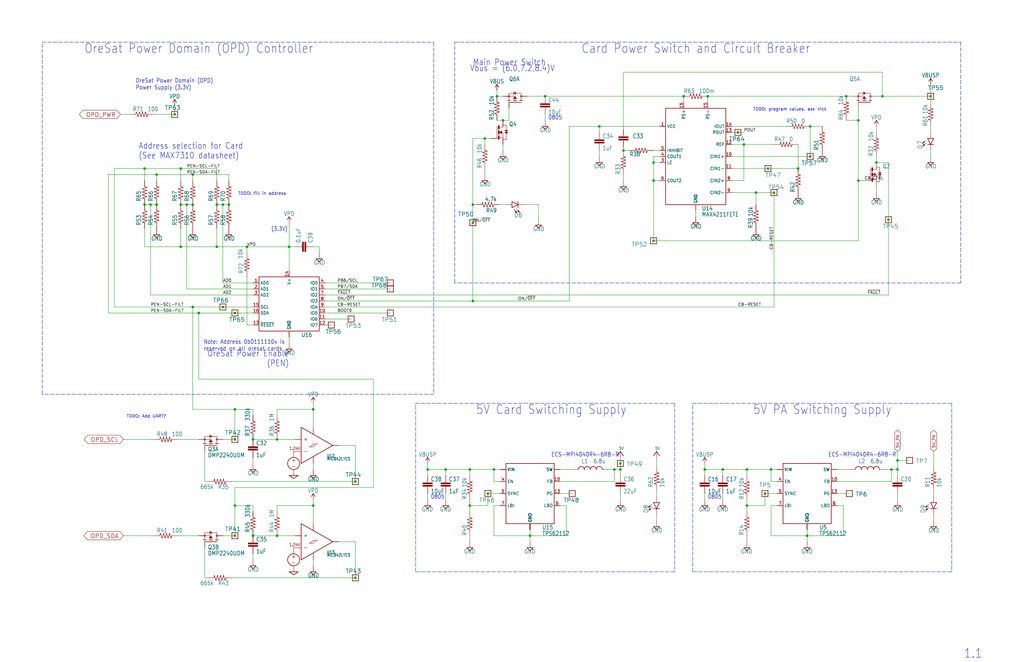
<source format=kicad_sch>
(kicad_sch (version 20211123) (generator eeschema)
  (paper "B")
  (title_block (title "Oresat DxWifi Card") (date "2022-01-30") (rev "1.1"))
  (junction (at 326.39 81.28))
  (junction (at 81.28 73.66))
  (junction (at 318.77 81.28))
  (junction (at 116.84 226.06))
  (junction (at 63.5 86.36))
  (junction (at 361.95 50.8))
  (junction (at 314.96 213.36))
  (junction (at 99.06 172.72))
  (junction (at 180.34 198.12))
  (junction (at 374.65 92.71))
  (junction (at 361.95 76.2))
  (junction (at 336.55 71.12))
  (junction (at 81.28 129.54))
  (junction (at 322.58 208.28))
  (junction (at 229.87 40.64))
  (junction (at 209.55 40.64))
  (junction (at 149.86 203.2))
  (junction (at 199.39 93.98))
  (junction (at 198.12 198.12))
  (junction (at 60.96 71.12))
  (junction (at 208.28 198.12))
  (junction (at 252.73 53.34))
  (junction (at 297.18 198.12))
  (junction (at 262.89 63.5))
  (junction (at 99.06 132.08))
  (junction (at 73.66 48.26))
  (junction (at 311.15 55.88))
  (junction (at 91.44 104.14))
  (junction (at 325.12 198.12))
  (junction (at 204.47 58.42))
  (junction (at 106.68 226.06))
  (junction (at 66.04 86.36))
  (junction (at 378.46 198.12))
  (junction (at 356.87 40.64))
  (junction (at 121.92 104.14))
  (junction (at 99.06 185.42))
  (junction (at 198.12 213.36))
  (junction (at 99.06 226.06))
  (junction (at 275.59 76.2))
  (junction (at 76.2 86.36))
  (junction (at 104.14 104.14))
  (junction (at 378.46 194.31))
  (junction (at 199.39 86.36))
  (junction (at 304.8 198.12))
  (junction (at 261.62 198.12))
  (junction (at 375.92 198.12))
  (junction (at 259.08 198.12))
  (junction (at 93.98 129.54))
  (junction (at 340.36 226.06))
  (junction (at 76.2 71.12))
  (junction (at 392.43 40.64))
  (junction (at 223.52 226.06))
  (junction (at 369.57 68.58))
  (junction (at 298.45 40.64))
  (junction (at 187.96 198.12))
  (junction (at 341.63 66.04))
  (junction (at 96.52 86.36))
  (junction (at 261.62 195.58))
  (junction (at 93.98 86.36))
  (junction (at 212.09 50.8))
  (junction (at 288.29 40.64))
  (junction (at 83.82 132.08))
  (junction (at 132.08 172.72))
  (junction (at 275.59 68.58))
  (junction (at 78.74 86.36))
  (junction (at 60.96 86.36))
  (junction (at 81.28 86.36))
  (junction (at 323.85 71.12))
  (junction (at 149.86 243.84))
  (junction (at 205.74 208.28))
  (junction (at 132.08 213.36))
  (junction (at 116.84 185.42))
  (junction (at 372.11 40.64))
  (junction (at 314.96 198.12))
  (junction (at 341.63 53.34))
  (junction (at 76.2 104.14))
  (junction (at 66.04 73.66))
  (junction (at 313.69 60.96))
  (junction (at 275.59 101.6))
  (junction (at 106.68 185.42))
  (junction (at 199.39 127))
  (junction (at 99.06 213.36))
  (junction (at 91.44 86.36))
  (wire (pts (xy 308.61 76.2) (xy 313.69 76.2)))
  (wire (pts (xy 275.59 101.6) (xy 275.59 76.2)))
  (wire (pts (xy 372.11 30.48) (xy 372.11 40.64)))
  (wire (pts (xy 393.7 217.17) (xy 393.7 219.71)))
  (wire (pts (xy 180.34 208.28) (xy 180.34 210.82)))
  (wire (pts (xy 325.12 203.2) (xy 325.12 198.12)))
  (wire (pts (xy 314.96 198.12) (xy 304.8 198.12)))
  (wire (pts (xy 91.44 76.2) (xy 91.44 71.12)))
  (wire (pts (xy 96.52 73.66) (xy 96.52 76.2)))
  (wire (pts (xy 116.84 185.42) (xy 106.68 185.42)))
  (wire (pts (xy 372.11 40.64) (xy 392.43 40.64)))
  (wire (pts (xy 60.96 104.14) (xy 60.96 96.52)))
  (wire (pts (xy 86.36 243.84) (xy 86.36 231.14)))
  (wire (pts (xy 223.52 226.06) (xy 223.52 223.52)))
  (wire (pts (xy 325.12 198.12) (xy 314.96 198.12)))
  (wire (pts (xy 63.5 86.36) (xy 60.96 86.36)))
  (wire (pts (xy 314.96 228.6) (xy 314.96 226.06)))
  (wire (pts (xy 132.08 220.98) (xy 132.08 213.36)))
  (wire (pts (xy 48.26 71.12) (xy 60.96 71.12)))
  (wire (pts (xy 311.15 55.88) (xy 313.69 55.88)))
  (wire (pts (xy 208.28 203.2) (xy 210.82 203.2)))
  (wire (pts (xy 60.96 71.12) (xy 76.2 71.12)))
  (wire (pts (xy 336.55 71.12) (xy 336.55 60.96)))
  (wire (pts (xy 99.06 172.72) (xy 99.06 185.42)))
  (wire (pts (xy 275.59 66.04) (xy 275.59 68.58)))
  (wire (pts (xy 361.95 50.8) (xy 361.95 45.72)))
  (wire (pts (xy 99.06 213.36) (xy 99.06 205.74)))
  (wire (pts (xy 106.68 236.22) (xy 106.68 233.68)))
  (wire (pts (xy 164.592 119.38) (xy 137.16 119.38)))
  (wire (pts (xy 364.49 76.2) (xy 361.95 76.2)))
  (wire (pts (xy 298.45 43.18) (xy 298.45 40.64)))
  (wire (pts (xy 132.08 213.36) (xy 132.08 210.82)))
  (wire (pts (xy 238.76 213.36) (xy 238.76 226.06)))
  (wire (pts (xy 132.08 172.72) (xy 132.08 170.18)))
  (polyline (pts (xy 191.77 119.38) (xy 191.77 17.78)))
  (wire (pts (xy 275.59 68.58) (xy 278.13 68.58)))
  (wire (pts (xy 298.45 40.64) (xy 356.87 40.64)))
  (wire (pts (xy 198.12 213.36) (xy 198.12 210.82)))
  (polyline (pts (xy 175.26 241.3) (xy 175.26 170.18)))
  (wire (pts (xy 78.74 86.36) (xy 76.2 86.36)))
  (wire (pts (xy 204.47 58.42) (xy 199.39 58.42)))
  (wire (pts (xy 132.08 104.14) (xy 134.62 104.14)))
  (wire (pts (xy 210.82 198.12) (xy 208.28 198.12)))
  (wire (pts (xy 361.95 101.6) (xy 275.59 101.6)))
  (wire (pts (xy 60.96 76.2) (xy 60.96 71.12)))
  (wire (pts (xy 262.89 63.5) (xy 265.43 63.5)))
  (wire (pts (xy 93.98 129.54) (xy 106.68 129.54)))
  (wire (pts (xy 187.96 210.82) (xy 187.96 208.28)))
  (wire (pts (xy 93.98 86.36) (xy 91.44 86.36)))
  (wire (pts (xy 378.46 210.82) (xy 378.46 208.28)))
  (wire (pts (xy 236.22 203.2) (xy 259.08 203.2)))
  (wire (pts (xy 96.52 86.36) (xy 93.98 86.36)))
  (wire (pts (xy 198.12 200.66) (xy 198.12 198.12)))
  (wire (pts (xy 116.84 175.26) (xy 116.84 172.72)))
  (wire (pts (xy 116.84 215.9) (xy 116.84 213.36)))
  (wire (pts (xy 369.57 40.64) (xy 372.11 40.64)))
  (wire (pts (xy 81.28 129.54) (xy 93.98 129.54)))
  (wire (pts (xy 326.39 81.28) (xy 318.77 81.28)))
  (wire (pts (xy 314.96 200.66) (xy 314.96 198.12)))
  (wire (pts (xy 106.68 137.16) (xy 104.14 137.16)))
  (wire (pts (xy 374.65 92.71) (xy 374.65 124.46)))
  (wire (pts (xy 124.46 226.06) (xy 116.84 226.06)))
  (wire (pts (xy 139.7 137.16) (xy 137.16 137.16)))
  (wire (pts (xy 276.86 196.85) (xy 276.86 193.04)))
  (wire (pts (xy 229.87 40.64) (xy 288.29 40.64)))
  (wire (pts (xy 314.96 213.36) (xy 322.58 213.36)))
  (wire (pts (xy 106.68 215.9) (xy 106.68 213.36)))
  (wire (pts (xy 66.04 86.36) (xy 63.5 86.36)))
  (wire (pts (xy 378.46 194.31) (xy 378.46 190.5)))
  (wire (pts (xy 383.54 194.31) (xy 378.46 194.31)))
  (wire (pts (xy 325.12 226.06) (xy 340.36 226.06)))
  (wire (pts (xy 205.74 208.28) (xy 210.82 208.28)))
  (wire (pts (xy 64.77 185.42) (xy 52.07 185.42)))
  (wire (pts (xy 262.89 54.61) (xy 262.89 30.48)))
  (wire (pts (xy 278.13 63.5) (xy 275.59 63.5)))
  (wire (pts (xy 209.55 40.64) (xy 212.09 40.64)))
  (wire (pts (xy 340.36 226.06) (xy 340.36 223.52)))
  (wire (pts (xy 54.61 48.26) (xy 50.8 48.26)))
  (polyline (pts (xy 284.48 241.3) (xy 175.26 241.3)))
  (wire (pts (xy 99.06 185.42) (xy 93.98 185.42)))
  (wire (pts (xy 261.62 200.66) (xy 261.62 198.12)))
  (wire (pts (xy 275.59 76.2) (xy 278.13 76.2)))
  (wire (pts (xy 180.34 198.12) (xy 180.34 195.58)))
  (wire (pts (xy 99.06 226.06) (xy 93.98 226.06)))
  (wire (pts (xy 313.69 76.2) (xy 313.69 60.96)))
  (wire (pts (xy 157.48 160.02) (xy 83.82 160.02)))
  (wire (pts (xy 205.74 213.36) (xy 198.12 213.36)))
  (polyline (pts (xy 175.26 170.18) (xy 284.48 170.18)))
  (wire (pts (xy 375.92 198.12) (xy 378.46 198.12)))
  (wire (pts (xy 180.34 198.12) (xy 187.96 198.12)))
  (wire (pts (xy 106.68 195.58) (xy 106.68 193.04)))
  (wire (pts (xy 99.06 172.72) (xy 81.28 172.72)))
  (wire (pts (xy 392.43 40.64) (xy 392.43 43.18)))
  (wire (pts (xy 353.06 213.36) (xy 355.6 213.36)))
  (wire (pts (xy 199.39 93.98) (xy 199.39 127)))
  (wire (pts (xy 392.43 35.56) (xy 392.43 40.64)))
  (wire (pts (xy 121.92 114.3) (xy 121.92 104.14)))
  (wire (pts (xy 314.96 213.36) (xy 314.96 210.82)))
  (wire (pts (xy 149.86 243.84) (xy 97.79 243.84)))
  (wire (pts (xy 76.2 71.12) (xy 91.44 71.12)))
  (wire (pts (xy 227.076 86.36) (xy 227.076 92.456)))
  (wire (pts (xy 262.89 62.23) (xy 262.89 63.5)))
  (wire (pts (xy 83.82 132.08) (xy 45.72 132.08)))
  (wire (pts (xy 137.16 132.08) (xy 164.592 132.08)))
  (wire (pts (xy 76.2 76.2) (xy 76.2 71.12)))
  (wire (pts (xy 375.92 198.12) (xy 373.38 198.12)))
  (wire (pts (xy 149.86 203.2) (xy 97.79 203.2)))
  (wire (pts (xy 81.28 86.36) (xy 78.74 86.36)))
  (wire (pts (xy 369.57 53.34) (xy 369.57 55.88)))
  (wire (pts (xy 392.43 53.34) (xy 392.43 55.88)))
  (wire (pts (xy 132.08 238.76) (xy 132.08 236.22)))
  (wire (pts (xy 323.85 71.12) (xy 336.55 71.12)))
  (wire (pts (xy 132.08 213.36) (xy 116.84 213.36)))
  (wire (pts (xy 356.87 50.8) (xy 361.95 50.8)))
  (wire (pts (xy 199.39 58.42) (xy 199.39 86.36)))
  (wire (pts (xy 63.5 124.46) (xy 63.5 86.36)))
  (wire (pts (xy 297.18 198.12) (xy 297.18 195.58)))
  (wire (pts (xy 205.74 208.28) (xy 205.74 213.36)))
  (wire (pts (xy 93.98 119.38) (xy 93.98 86.36)))
  (wire (pts (xy 393.7 196.85) (xy 393.7 190.5)))
  (polyline (pts (xy 182.88 17.78) (xy 182.88 166.37)))
  (wire (pts (xy 81.28 76.2) (xy 81.28 73.66)))
  (wire (pts (xy 76.2 104.14) (xy 91.44 104.14)))
  (wire (pts (xy 304.8 200.66) (xy 304.8 198.12)))
  (wire (pts (xy 262.89 30.48) (xy 372.11 30.48)))
  (wire (pts (xy 392.43 63.5) (xy 392.43 66.04)))
  (wire (pts (xy 132.08 180.34) (xy 132.08 172.72)))
  (wire (pts (xy 60.96 104.14) (xy 76.2 104.14)))
  (wire (pts (xy 220.98 86.36) (xy 227.076 86.36)))
  (wire (pts (xy 252.73 55.88) (xy 252.73 53.34)))
  (wire (pts (xy 204.47 58.42) (xy 207.01 58.42)))
  (wire (pts (xy 106.68 132.08) (xy 99.06 132.08)))
  (wire (pts (xy 208.28 226.06) (xy 223.52 226.06)))
  (wire (pts (xy 288.29 40.64) (xy 288.29 43.18)))
  (wire (pts (xy 104.14 106.68) (xy 104.14 104.14)))
  (wire (pts (xy 238.76 226.06) (xy 223.52 226.06)))
  (wire (pts (xy 322.58 208.28) (xy 322.58 213.36)))
  (wire (pts (xy 212.09 60.96) (xy 212.09 63.5)))
  (wire (pts (xy 132.08 172.72) (xy 116.84 172.72)))
  (wire (pts (xy 83.82 226.06) (xy 74.93 226.06)))
  (wire (pts (xy 106.68 213.36) (xy 99.06 213.36)))
  (wire (pts (xy 204.47 71.12) (xy 204.47 73.66)))
  (wire (pts (xy 149.86 187.96) (xy 149.86 203.2)))
  (wire (pts (xy 369.57 66.04) (xy 369.57 68.58)))
  (wire (pts (xy 208.28 203.2) (xy 208.28 198.12)))
  (wire (pts (xy 81.28 172.72) (xy 81.28 129.54)))
  (wire (pts (xy 276.86 217.17) (xy 276.86 219.71)))
  (wire (pts (xy 341.63 53.34) (xy 346.71 53.34)))
  (wire (pts (xy 81.28 73.66) (xy 96.52 73.66)))
  (wire (pts (xy 200.66 86.36) (xy 199.39 86.36)))
  (wire (pts (xy 48.26 129.54) (xy 48.26 71.12)))
  (wire (pts (xy 91.44 104.14) (xy 104.14 104.14)))
  (wire (pts (xy 325.12 203.2) (xy 327.66 203.2)))
  (wire (pts (xy 240.03 127) (xy 240.03 53.34)))
  (wire (pts (xy 204.47 60.96) (xy 204.47 58.42)))
  (wire (pts (xy 261.62 193.04) (xy 261.62 195.58)))
  (wire (pts (xy 304.8 210.82) (xy 304.8 208.28)))
  (wire (pts (xy 353.06 198.12) (xy 358.14 198.12)))
  (polyline (pts (xy 401.32 170.18) (xy 401.32 241.3)))
  (polyline (pts (xy 17.78 166.37) (xy 17.78 17.78)))
  (wire (pts (xy 198.12 215.9) (xy 198.12 213.36)))
  (wire (pts (xy 48.26 129.54) (xy 81.28 129.54)))
  (wire (pts (xy 198.12 228.6) (xy 198.12 226.06)))
  (wire (pts (xy 137.16 127) (xy 199.39 127)))
  (wire (pts (xy 208.28 213.36) (xy 208.28 226.06)))
  (wire (pts (xy 308.61 60.96) (xy 313.69 60.96)))
  (wire (pts (xy 199.39 86.36) (xy 199.39 93.98)))
  (wire (pts (xy 76.2 104.14) (xy 76.2 96.52)))
  (wire (pts (xy 106.68 124.46) (xy 63.5 124.46)))
  (wire (pts (xy 137.16 121.92) (xy 164.592 121.92)))
  (polyline (pts (xy 17.78 17.78) (xy 182.88 17.78)))
  (wire (pts (xy 261.62 210.82) (xy 261.62 208.28)))
  (wire (pts (xy 325.12 213.36) (xy 327.66 213.36)))
  (wire (pts (xy 66.04 76.2) (xy 66.04 73.66)))
  (wire (pts (xy 99.06 213.36) (xy 99.06 226.06)))
  (wire (pts (xy 369.57 78.74) (xy 369.57 81.28)))
  (wire (pts (xy 83.82 160.02) (xy 83.82 132.08)))
  (wire (pts (xy 106.68 175.26) (xy 106.68 172.72)))
  (wire (pts (xy 180.34 200.66) (xy 180.34 198.12)))
  (polyline (pts (xy 405.13 119.38) (xy 191.77 119.38)))
  (wire (pts (xy 369.57 68.58) (xy 374.65 68.58)))
  (wire (pts (xy 91.44 104.14) (xy 91.44 96.52)))
  (wire (pts (xy 106.68 121.92) (xy 78.74 121.92)))
  (wire (pts (xy 318.77 86.36) (xy 318.77 81.28)))
  (wire (pts (xy 259.08 203.2) (xy 259.08 198.12)))
  (wire (pts (xy 236.22 208.28) (xy 241.3 208.28)))
  (wire (pts (xy 116.84 226.06) (xy 106.68 226.06)))
  (wire (pts (xy 142.875 187.96) (xy 149.86 187.96)))
  (wire (pts (xy 353.06 203.2) (xy 375.92 203.2)))
  (wire (pts (xy 275.59 68.58) (xy 275.59 76.2)))
  (wire (pts (xy 87.63 203.2) (xy 86.36 203.2)))
  (wire (pts (xy 199.39 127) (xy 240.03 127)))
  (wire (pts (xy 64.77 226.06) (xy 52.07 226.06)))
  (wire (pts (xy 106.68 172.72) (xy 99.06 172.72)))
  (wire (pts (xy 137.16 134.62) (xy 148.082 134.62)))
  (wire (pts (xy 142.875 228.6) (xy 149.86 228.6)))
  (wire (pts (xy 259.08 198.12) (xy 256.54 198.12)))
  (wire (pts (xy 340.36 228.6) (xy 340.36 226.06)))
  (wire (pts (xy 326.39 129.54) (xy 326.39 81.28)))
  (wire (pts (xy 318.77 81.28) (xy 308.61 81.28)))
  (polyline (pts (xy 191.77 17.78) (xy 405.13 17.78)))
  (wire (pts (xy 297.18 198.12) (xy 304.8 198.12)))
  (wire (pts (xy 378.46 198.12) (xy 378.46 194.31)))
  (wire (pts (xy 297.18 200.66) (xy 297.18 198.12)))
  (wire (pts (xy 341.63 66.04) (xy 341.63 53.34)))
  (polyline (pts (xy 405.13 17.78) (xy 405.13 119.38)))
  (wire (pts (xy 240.03 53.34) (xy 252.73 53.34)))
  (wire (pts (xy 314.96 215.9) (xy 314.96 213.36)))
  (wire (pts (xy 208.28 198.12) (xy 198.12 198.12)))
  (wire (pts (xy 361.95 76.2) (xy 361.95 101.6)))
  (polyline (pts (xy 292.1 170.18) (xy 401.32 170.18)))
  (wire (pts (xy 325.12 213.36) (xy 325.12 226.06)))
  (wire (pts (xy 198.12 198.12) (xy 187.96 198.12)))
  (wire (pts (xy 106.68 119.38) (xy 93.98 119.38)))
  (wire (pts (xy 252.73 53.34) (xy 278.13 53.34)))
  (wire (pts (xy 261.62 198.12) (xy 261.62 195.58)))
  (wire (pts (xy 374.65 124.46) (xy 137.16 124.46)))
  (wire (pts (xy 353.06 208.28) (xy 358.14 208.28)))
  (wire (pts (xy 252.73 66.04) (xy 252.73 63.5)))
  (wire (pts (xy 210.82 86.36) (xy 213.36 86.36)))
  (wire (pts (xy 308.61 53.34) (xy 331.47 53.34)))
  (wire (pts (xy 356.87 40.64) (xy 359.41 40.64)))
  (wire (pts (xy 297.18 208.28) (xy 297.18 210.82)))
  (wire (pts (xy 293.37 91.44) (xy 293.37 88.9)))
  (wire (pts (xy 308.61 55.88) (xy 311.15 55.88)))
  (wire (pts (xy 104.14 116.84) (xy 104.14 137.16)))
  (wire (pts (xy 361.95 50.8) (xy 361.95 76.2)))
  (wire (pts (xy 134.62 104.14) (xy 134.62 106.68)))
  (wire (pts (xy 259.08 198.12) (xy 261.62 198.12)))
  (wire (pts (xy 355.6 226.06) (xy 340.36 226.06)))
  (wire (pts (xy 64.77 48.26) (xy 73.66 48.26)))
  (wire (pts (xy 86.36 203.2) (xy 86.36 190.5)))
  (polyline (pts (xy 284.48 170.18) (xy 284.48 241.3)))
  (wire (pts (xy 308.61 66.04) (xy 341.63 66.04)))
  (wire (pts (xy 132.08 198.12) (xy 132.08 195.58)))
  (wire (pts (xy 121.92 144.78) (xy 121.92 142.24)))
  (wire (pts (xy 157.48 205.74) (xy 157.48 160.02)))
  (wire (pts (xy 45.72 132.08) (xy 45.72 73.66)))
  (wire (pts (xy 137.16 129.54) (xy 326.39 129.54)))
  (wire (pts (xy 99.06 132.08) (xy 83.82 132.08)))
  (wire (pts (xy 87.63 243.84) (xy 86.36 243.84)))
  (wire (pts (xy 313.69 60.96) (xy 326.39 60.96)))
  (wire (pts (xy 222.25 40.64) (xy 229.87 40.64)))
  (wire (pts (xy 322.58 208.28) (xy 327.66 208.28)))
  (wire (pts (xy 121.92 104.14) (xy 124.46 104.14)))
  (wire (pts (xy 209.55 38.1) (xy 209.55 40.64)))
  (wire (pts (xy 355.6 213.36) (xy 355.6 226.06)))
  (wire (pts (xy 99.06 205.74) (xy 157.48 205.74)))
  (polyline (pts (xy 292.1 241.3) (xy 292.1 170.18)))
  (wire (pts (xy 375.92 203.2) (xy 375.92 198.12)))
  (wire (pts (xy 73.66 48.26) (xy 73.66 44.45)))
  (wire (pts (xy 236.22 213.36) (xy 238.76 213.36)))
  (wire (pts (xy 66.04 73.66) (xy 81.28 73.66)))
  (wire (pts (xy 209.55 50.8) (xy 212.09 50.8)))
  (polyline (pts (xy 182.88 166.37) (xy 17.78 166.37)))
  (wire (pts (xy 187.96 200.66) (xy 187.96 198.12)))
  (wire (pts (xy 208.28 213.36) (xy 210.82 213.36)))
  (wire (pts (xy 212.09 50.8) (xy 214.63 50.8)))
  (polyline (pts (xy 401.32 241.3) (xy 292.1 241.3)))
  (wire (pts (xy 229.87 50.8) (xy 229.87 48.26)))
  (wire (pts (xy 45.72 73.66) (xy 66.04 73.66)))
  (wire (pts (xy 276.86 207.01) (xy 276.86 209.55)))
  (wire (pts (xy 278.13 66.04) (xy 275.59 66.04)))
  (wire (pts (xy 393.7 207.01) (xy 393.7 209.55)))
  (wire (pts (xy 327.66 198.12) (xy 325.12 198.12)))
  (wire (pts (xy 323.85 71.12) (xy 308.61 71.12)))
  (wire (pts (xy 104.14 104.14) (xy 121.92 104.14)))
  (wire (pts (xy 149.86 228.6) (xy 149.86 243.84)))
  (wire (pts (xy 78.74 121.92) (xy 78.74 86.36)))
  (wire (pts (xy 236.22 198.12) (xy 241.3 198.12)))
  (wire (pts (xy 83.82 185.42) (xy 74.93 185.42)))
  (wire (pts (xy 214.63 50.8) (xy 214.63 45.72)))
  (wire (pts (xy 121.92 104.14) (xy 121.92 93.98)))
  (wire (pts (xy 378.46 200.66) (xy 378.46 198.12)))
  (wire (pts (xy 124.46 185.42) (xy 116.84 185.42)))
  (wire (pts (xy 262.89 76.2) (xy 262.89 73.66)))
  (wire (pts (xy 374.65 68.58) (xy 374.65 92.71)))
  (wire (pts (xy 223.52 228.6) (xy 223.52 226.06)))
  (text "0805" (at 181.61 210.82 180) (effects (font (size 1.778 1.5113)) (justify left bottom)))
  (text "TODO: Add UART?\n" (at 53.34 176.53 0) (effects (font (size 1.27 1.27)) (justify left bottom)))
  (text "TODO: fill in address\n" (at 100.33 82.55 0) (effects (font (size 1.27 1.27)) (justify left bottom)))
  (text "5V PA Switching Supply" (at 317.5 175.26 180) (effects (font (size 3.81 3.2385)) (justify left bottom)))
  (text "ECS-MPI4040R4-6R8-R" (at 349.25 193.04 180) (effects (font (size 1.778 1.5113)) (justify left bottom)))
  (text "0805" (at 231.14 50.8 180) (effects (font (size 1.778 1.5113)) (justify left bottom)))
  (text "TODO: program values, ask nick " (at 317.5 46.99 0) (effects (font (size 1.27 1.27)) (justify left bottom)))
  (text "1.1" (at 406.4 278.13 180) (effects (font (size 3.81 3.2385)) (justify left bottom)))
  (text "OreSat Power Enable\n(PEN)" (at 121.92 154.94 180) (effects (font (size 2.54 2.159)) (justify right bottom)))
  (text "Card Power Switch and Circuit Breaker" (at 245.11 22.86 180) (effects (font (size 3.81 3.2385)) (justify left bottom)))
  (text "(3.3V)" (at 114.3 97.79 180) (effects (font (size 1.778 1.5113)) (justify left bottom)))
  (text "0805" (at 298.45 210.82 180) (effects (font (size 1.778 1.5113)) (justify left bottom)))
  (text "Address selection for Card\n(See MAX7310 datasheet)" (at 58.42 67.31 0) (effects (font (size 2.54 2.159)) (justify left bottom)))
  (text "OreSat Power Domain (OPD)\nPower Supply (3.3V)" (at 57.15 38.1 180) (effects (font (size 1.778 1.5113)) (justify left bottom)))
  (text "Vbus = (6.0,7.2,8.4)V" (at 198.12 30.48 180) (effects (font (size 2.54 2.159)) (justify left bottom)))
  (text "OreSat Power Domain (OPD) Controller" (at 35.56 22.86 180) (effects (font (size 3.81 3.2385)) (justify left bottom)))
  (text "5V Card Switching Supply" (at 200.66 175.26 180) (effects (font (size 3.81 3.2385)) (justify left bottom)))
  (text "Main Power Switch" (at 199.39 27.94 180) (effects (font (size 2.54 2.159)) (justify left bottom)))
  (text "Note: Address 0b0111110x is\nreserved on all oresat cards" (at 85.852 148.336 0) (effects (font (size 1.778 1.5113)) (justify left bottom)))
  (text "ECS-MPI4040R4-6R8-R" (at 232.41 193.04 180) (effects (font (size 1.778 1.5113)) (justify left bottom)))
  (label "ON/~{OFF}" (at 142.24 127 0) (effects (font (size 1.2446 1.2446))))
  (label "ON/~{OFF}" (at 218.44 127 0) (effects (font (size 1.2446 1.2446))))
  (label "BOOT0" (at 142.24 132.08 0) (effects (font (size 1.2446 1.2446))))
  (label "CB_CTRL" (at 364.49 76.2 0) (effects (font (size 1.2446 1.2446))))
  (label "ON/~{OFF}" (at 199.39 93.98 0) (effects (font (size 1.2446 1.2446))))
  (label "VPD" (at 104.14 104.14 0) (effects (font (size 1.2446 1.2446))))
  (label "AD2" (at 93.98 124.46 0) (effects (font (size 1.2446 1.2446))))
  (label "~{FAULT}" (at 365.76 124.46 0) (effects (font (size 1.2446 1.2446))))
  (label "POUT" (at 313.69 55.88 0) (effects (font (size 1.2446 1.2446))))
  (label "AD1" (at 93.98 121.92 0) (effects (font (size 1.2446 1.2446))))
  (label "AD0" (at 93.98 119.38 0) (effects (font (size 1.2446 1.2446))))
  (label "~{FAULT}" (at 142.24 124.46 0) (effects (font (size 1.2446 1.2446))))
  (label "PEN-SCL-FILT" (at 63.5 129.54 0) (effects (font (size 1.2446 1.2446))))
  (label "CB-RESET" (at 326.39 105.41 90) (effects (font (size 1.2446 1.2446))))
  (label "CB-RESET" (at 311.15 129.54 0) (effects (font (size 1.2446 1.2446))))
  (label "PB6/SCL" (at 142.24 119.38 0) (effects (font (size 1.2446 1.2446))))
  (label "PEN-SCL-FILT" (at 78.74 71.12 0) (effects (font (size 1.2446 1.2446))))
  (label "PEN-SDA-FILT" (at 63.5 132.08 0) (effects (font (size 1.2446 1.2446))))
  (label "PEN-SDA-FILT" (at 78.74 73.66 0) (effects (font (size 1.2446 1.2446))))
  (label "CB-RESET" (at 142.24 129.54 0) (effects (font (size 1.2446 1.2446))))
  (label "PB7/SDA" (at 142.24 121.92 0) (effects (font (size 1.2446 1.2446))))
  (global_label "OPD_SCL" (shape bidirectional) (at 52.07 185.42 180) (effects (font (size 1.778 1.778))) (property "Intersheet References" "${INTERSHEET_REFS}" (at 96.52 -210.82 0)))
  (global_label "OPD_SDA" (shape bidirectional) (at 52.07 226.06 180) (effects (font (size 1.778 1.778))) (property "Intersheet References" "${INTERSHEET_REFS}" (at 96.52 -129.54 0)))
  (global_label "5V_PA" (shape bidirectional) (at 393.7 190.5 90) (effects (font (size 1.2446 1.2446))) (property "Intersheet References" "${INTERSHEET_REFS}" (at 469.9 297.18 0)))
  (global_label "OPD_PWR" (shape bidirectional) (at 50.8 48.26 180) (effects (font (size 1.778 1.778))) (property "Intersheet References" "${INTERSHEET_REFS}" (at 93.98 -485.14 0)))
  (global_label "5V_PA" (shape bidirectional) (at 378.46 190.5 90) (effects (font (size 1.2446 1.2446))) (property "Intersheet References" "${INTERSHEET_REFS}" (at 454.66 281.94 0)))
  (symbol (lib_id "oresat-live-card-eagle-import:TEST-POINT") (at 374.65 92.71 0) (unit 1)
    (property "Reference" "TP45" (at 372.11 96.52 0) (effects (font (size 1.778 1.778)) (justify left bottom)))
    (property "Value" "TEST-POINT" (effects hide))
    (property "Footprint" "oresat-live-card:2MM-TEST-POINT" (effects hide))
  )
  (symbol (lib_id "oresat-live-card-eagle-import:R-US_0603-A") (at 116.84 180.34 90) (unit 1)
    (property "Reference" "R36" (at 115.57 184.15 0) (effects (font (size 1.778 1.5113)) (justify left bottom)))
    (property "Value" "1M" (at 115.57 177.8 0) (effects (font (size 1.778 1.5113)) (justify left bottom)))
    (property "Footprint" "oresat-live-card:.0603-A" (effects hide))
  )
  (symbol (lib_id "oresat-live-card-eagle-import:TEST-POINT") (at 275.59 101.6 0) (mirror y) (unit 1)
    (property "Reference" "TP52" (at 273.05 104.14 0) (effects (font (size 1.778 1.778)) (justify left bottom)))
    (property "Value" "TEST-POINT" (effects hide))
    (property "Footprint" "oresat-live-card:2MM-TEST-POINT" (effects hide))
  )
  (symbol (lib_id "oresat-live-card-eagle-import:GND") (at 261.62 213.36 0) (mirror y) (unit 1)
    (property "Reference" "#GND022" (effects hide))
    (property "Value" "GND" (at 264.16 215.9 0) (effects (font (size 1.778 1.5113)) (justify left bottom)))
    (property "Footprint" "oresat-live-card:" (effects hide))
  )
  (symbol (lib_id "oresat-live-card-eagle-import:R-US_0603-A") (at 209.55 45.72 90) (unit 1)
    (property "Reference" "R52" (at 208.28 50.8 0) (effects (font (size 1.778 1.5113)) (justify left bottom)))
    (property "Value" "10k" (at 208.28 44.45 0) (effects (font (size 1.778 1.5113)) (justify left bottom)))
    (property "Footprint" "oresat-live-card:.0603-A" (effects hide))
  )
  (symbol (lib_id "oresat-live-card-eagle-import:R-US_0603-A") (at 92.71 243.84 180) (unit 1)
    (property "Reference" "R43" (at 96.52 245.11 0) (effects (font (size 1.778 1.5113)) (justify left bottom)))
    (property "Value" "665k" (at 90.17 245.11 0) (effects (font (size 1.778 1.5113)) (justify left bottom)))
    (property "Footprint" "oresat-live-card:.0603-A" (effects hide))
  )
  (symbol (lib_id "oresat-live-card-eagle-import:VPD") (at 73.66 44.45 0) (unit 1)
    (property "Reference" "#VPD01" (effects hide))
    (property "Value" "VPD" (at 73.66 41.656 0) (effects (font (size 1.778 1.5113)) (justify bottom)))
    (property "Footprint" "oresat-live-card:" (effects hide))
  )
  (symbol (lib_id "oresat-live-card-eagle-import:R-US_0603-A") (at 69.85 185.42 0) (unit 1)
    (property "Reference" "R48" (at 66.04 184.15 0) (effects (font (size 1.778 1.5113)) (justify left bottom)))
    (property "Value" "100" (at 72.39 184.15 0) (effects (font (size 1.778 1.5113)) (justify left bottom)))
    (property "Footprint" "oresat-live-card:.0603-A" (effects hide))
  )
  (symbol (lib_id "oresat-live-card-eagle-import:R-US_0603-A") (at 198.12 205.74 90) (unit 1)
    (property "Reference" "R34" (at 196.85 210.82 0) (effects (font (size 1.778 1.5113)) (justify left bottom)))
    (property "Value" "10k" (at 196.85 205.74 0) (effects (font (size 1.778 1.5113)) (justify left bottom)))
    (property "Footprint" "oresat-live-card:.0603-A" (effects hide))
  )
  (symbol (lib_id "oresat-live-card-eagle-import:GND") (at 297.18 213.36 0) (unit 1)
    (property "Reference" "#GND039" (effects hide))
    (property "Value" "GND" (at 294.64 215.9 0) (effects (font (size 1.778 1.5113)) (justify left bottom)))
    (property "Footprint" "oresat-live-card:" (effects hide))
  )
  (symbol (lib_id "oresat-live-card-eagle-import:C-EU0603-A") (at 262.89 59.69 0) (mirror x) (unit 1)
    (property "Reference" "C33" (at 266.7 58.42 0) (effects (font (size 1.778 1.5113)) (justify left top)))
    (property "Value" "1uF" (at 265.43 60.96 0) (effects (font (size 1.778 1.5113)) (justify left top)))
    (property "Footprint" "oresat-live-card:.0603-A" (effects hide))
    (property "Value" "CL05B104KO5NNNC" (effects hide))
  )
  (symbol (lib_id "oresat-live-card-eagle-import:L-ECS-MPI4040") (at 365.76 198.12 90) (unit 1)
    (property "Reference" "L2" (at 361.95 195.58 90) (effects (font (size 1.778 1.5113)) (justify right top)))
    (property "Value" "6.8u" (at 367.03 195.58 90) (effects (font (size 1.778 1.5113)) (justify right top)))
    (property "Footprint" "oresat-live-card:ECS-MPI4040" (effects hide))
  )
  (symbol (lib_id "oresat-live-card-eagle-import:R-US_0603-A") (at 346.71 58.42 90) (unit 1)
    (property "Reference" "R51" (at 345.2114 63.5 0) (effects (font (size 1.778 1.5113)) (justify left bottom)))
    (property "Value" "4.7k" (at 345.44 57.15 0) (effects (font (size 1.778 1.5113)) (justify left bottom)))
    (property "Footprint" "oresat-live-card:.0603-A" (effects hide))
    (property "Value" "RC1005F6653CS" (effects hide))
  )
  (symbol (lib_id "oresat-live-card-eagle-import:GND") (at 180.34 213.36 0) (unit 1)
    (property "Reference" "#GND013" (effects hide))
    (property "Value" "GND" (at 177.8 215.9 0) (effects (font (size 1.778 1.5113)) (justify left bottom)))
    (property "Footprint" "oresat-live-card:" (effects hide))
  )
  (symbol (lib_id "oresat-live-card-eagle-import:GND") (at 252.73 68.58 0) (mirror y) (unit 1)
    (property "Reference" "#GND020" (effects hide))
    (property "Value" "GND" (at 255.27 71.12 0) (effects (font (size 1.778 1.5113)) (justify left bottom)))
    (property "Footprint" "oresat-live-card:" (effects hide))
  )
  (symbol (lib_id "oresat-live-card-eagle-import:MOSFET-PCH-SOT23-6") (at 88.9 228.6 90) (unit 2)
    (property "Reference" "Q3" (at 87.63 231.902 90) (effects (font (size 1.778 1.5113)) (justify right top)))
    (property "Value" "DMP2240UDM" (at 87.63 234.442 90) (effects (font (size 1.778 1.5113)) (justify right top)))
    (property "Footprint" "oresat-live-card:SOT23-6" (effects hide))
  )
  (symbol (lib_id "oresat-live-card-eagle-import:GND") (at 227.076 94.996 0) (mirror y) (unit 1)
    (property "Reference" "#GND018" (effects hide))
    (property "Value" "GND" (at 229.616 97.536 0) (effects (font (size 1.778 1.5113)) (justify left bottom)))
    (property "Footprint" "oresat-live-card:" (effects hide))
  )
  (symbol (lib_id "oresat-live-card-eagle-import:TEST-POINT") (at 358.14 208.28 90) (unit 1)
    (property "Reference" "TP6" (at 360.68 209.55 90) (effects (font (size 1.778 1.778)) (justify right top)))
    (property "Value" "TEST-POINT" (effects hide))
    (property "Footprint" "oresat-live-card:2MM-TEST-POINT" (effects hide))
  )
  (symbol (lib_id "oresat-live-card-eagle-import:PMV45EN") (at 212.09 55.88 0) (unit 1)
    (property "Reference" "Q4" (at 214.63 53.34 0) (effects (font (size 1.778 1.5113)) (justify left bottom)))
    (property "Value" "PMV45EN" (at 214.63 55.88 0) (effects (font (size 1.778 1.5113)) (justify left bottom)))
    (property "Footprint" "oresat-live-card:SOT23" (effects hide))
    (property "Value" "PMV45EN2R" (effects hide))
  )
  (symbol (lib_id "oresat-live-card-eagle-import:R-US_0603-A") (at 59.69 48.26 0) (unit 1)
    (property "Reference" "R71" (at 55.88 46.99 0) (effects (font (size 1.778 1.5113)) (justify left bottom)))
    (property "Value" "100" (at 62.23 46.99 0) (effects (font (size 1.778 1.5113)) (justify left bottom)))
    (property "Footprint" "oresat-live-card:.0603-A" (effects hide))
  )
  (symbol (lib_id "oresat-live-card-eagle-import:R-US_0603-A") (at 60.96 81.28 270) (unit 1)
    (property "Reference" "R65" (at 59.4614 85.09 0) (effects (font (size 1.778 1.5113)) (justify right top)))
    (property "Value" "NP" (at 59.182 80.01 0) (effects (font (size 1.778 1.5113)) (justify right top)))
    (property "Footprint" "oresat-live-card:.0603-A" (effects hide))
    (property "Value" "RC1005F6653CS" (effects hide))
  )
  (symbol (lib_id "oresat-live-card-eagle-import:R-US_0603-A") (at 204.47 66.04 90) (unit 1)
    (property "Reference" "R46" (at 203.2 71.12 0) (effects (font (size 1.778 1.5113)) (justify left bottom)))
    (property "Value" "10k" (at 203.2 64.77 0) (effects (font (size 1.778 1.5113)) (justify left bottom)))
    (property "Footprint" "oresat-live-card:.0603-A" (effects hide))
  )
  (symbol (lib_id "oresat-live-card-eagle-import:GND") (at 346.71 66.04 0) (mirror y) (unit 1)
    (property "Reference" "#GND027" (effects hide))
    (property "Value" "GND" (at 349.25 68.58 0) (effects (font (size 1.778 1.5113)) (justify left bottom)))
    (property "Footprint" "oresat-live-card:" (effects hide))
  )
  (symbol (lib_id "oresat-live-card-eagle-import:TEST-POINT") (at 322.58 208.28 90) (unit 1)
    (property "Reference" "TP5" (at 320.04 205.74 90) (effects (font (size 1.778 1.778)) (justify right top)))
    (property "Value" "TEST-POINT" (effects hide))
    (property "Footprint" "oresat-live-card:2MM-TEST-POINT" (effects hide))
  )
  (symbol (lib_id "oresat-live-card-eagle-import:R-US_0603-A") (at 270.51 63.5 180) (unit 1)
    (property "Reference" "R38" (at 265.43 66.04 0) (effects (font (size 1.778 1.5113)) (justify right top)))
    (property "Value" "10k" (at 271.78 66.04 0) (effects (font (size 1.778 1.5113)) (justify right top)))
    (property "Footprint" "oresat-live-card:.0603-A" (effects hide))
    (property "Value" "RC1005F6653CS" (effects hide))
  )
  (symbol (lib_id "oresat-live-card-eagle-import:TEST-POINT") (at 383.54 194.31 90) (unit 1)
    (property "Reference" "TP7" (at 386.08 195.58 90) (effects (font (size 1.778 1.778)) (justify right top)))
    (property "Value" "TEST-POINT" (effects hide))
    (property "Footprint" "oresat-live-card:2MM-TEST-POINT" (effects hide))
  )
  (symbol (lib_id "oresat-live-card-eagle-import:R-US_0603-A") (at 60.96 91.44 270) (unit 1)
    (property "Reference" "R53" (at 59.4614 95.25 0) (effects (font (size 1.778 1.5113)) (justify right top)))
    (property "Value" "NP" (at 59.182 90.17 0) (effects (font (size 1.778 1.5113)) (justify right top)))
    (property "Footprint" "oresat-live-card:.0603-A" (effects hide))
    (property "Value" "RC1005F6653CS" (effects hide))
  )
  (symbol (lib_id "oresat-live-card-eagle-import:R-US_0603-A") (at 393.7 201.93 90) (unit 1)
    (property "Reference" "R11" (at 392.2014 205.74 0) (effects (font (size 1.778 1.5113)) (justify left bottom)))
    (property "Value" "10k" (at 397.002 205.74 0) (effects (font (size 1.778 1.5113)) (justify left bottom)))
    (property "Footprint" "oresat-live-card:.0603-A" (effects hide))
  )
  (symbol (lib_id "oresat-live-card-eagle-import:GND") (at 106.68 238.76 0) (mirror y) (unit 1)
    (property "Reference" "#GND08" (effects hide))
    (property "Value" "GND" (at 109.22 241.3 0) (effects (font (size 1.778 1.5113)) (justify left bottom)))
    (property "Footprint" "oresat-live-card:" (effects hide))
  )
  (symbol (lib_id "oresat-live-card-eagle-import:VBUSP") (at 392.43 35.56 0) (unit 1)
    (property "Reference" "#VBUSP02" (effects hide))
    (property "Value" "VBUSP" (at 392.43 32.766 0) (effects (font (size 1.778 1.5113)) (justify bottom)))
    (property "Footprint" "oresat-live-card:" (effects hide))
  )
  (symbol (lib_id "oresat-live-card-eagle-import:TPS6211X") (at 340.36 205.74 0) (unit 1)
    (property "Reference" "U5" (at 345.44 223.52 0) (effects (font (size 1.778 1.5113)) (justify left bottom)))
    (property "Value" "TPS62112" (at 345.44 226.06 0) (effects (font (size 1.778 1.5113)) (justify left bottom)))
    (property "Footprint" "oresat-live-card:S-PVQFN-16" (effects hide))
  )
  (symbol (lib_id "oresat-live-card-eagle-import:C-EU0603-A") (at 187.96 203.2 0) (unit 1)
    (property "Reference" "C37" (at 189.23 203.2 0) (effects (font (size 1.778 1.5113)) (justify left bottom)))
    (property "Value" "1uF" (at 189.23 208.28 0) (effects (font (size 1.778 1.5113)) (justify left bottom)))
    (property "Footprint" "oresat-live-card:.0603-A" (effects hide))
  )
  (symbol (lib_id "oresat-live-card-eagle-import:GND") (at 223.52 231.14 0) (unit 1)
    (property "Reference" "#GND019" (effects hide))
    (property "Value" "GND" (at 220.98 233.68 0) (effects (font (size 1.778 1.5113)) (justify left bottom)))
    (property "Footprint" "oresat-live-card:" (effects hide))
  )
  (symbol (lib_id "oresat-live-card-eagle-import:R-US_0603-A") (at 76.2 81.28 270) (unit 1)
    (property "Reference" "R67" (at 74.7014 85.09 0) (effects (font (size 1.778 1.5113)) (justify right top)))
    (property "Value" "NP" (at 74.422 80.01 0) (effects (font (size 1.778 1.5113)) (justify right top)))
    (property "Footprint" "oresat-live-card:.0603-A" (effects hide))
    (property "Value" "RC1005F6653CS" (effects hide))
  )
  (symbol (lib_id "oresat-live-card-eagle-import:R-US_0603-A") (at 276.86 201.93 90) (unit 1)
    (property "Reference" "R62" (at 275.3614 205.74 0) (effects (font (size 1.778 1.5113)) (justify left bottom)))
    (property "Value" "10k" (at 280.162 205.74 0) (effects (font (size 1.778 1.5113)) (justify left bottom)))
    (property "Footprint" "oresat-live-card:.0603-A" (effects hide))
  )
  (symbol (lib_id "oresat-live-card-eagle-import:R-US_0603-A") (at 69.85 226.06 0) (unit 1)
    (property "Reference" "R41" (at 66.04 224.79 0) (effects (font (size 1.778 1.5113)) (justify left bottom)))
    (property "Value" "100" (at 72.39 224.79 0) (effects (font (size 1.778 1.5113)) (justify left bottom)))
    (property "Footprint" "oresat-live-card:.0603-A" (effects hide))
  )
  (symbol (lib_id "oresat-live-card-eagle-import:GND") (at 212.09 66.04 0) (mirror y) (unit 1)
    (property "Reference" "#GND016" (effects hide))
    (property "Value" "GND" (at 214.63 68.58 0) (effects (font (size 1.778 1.5113)) (justify left bottom)))
    (property "Footprint" "oresat-live-card:" (effects hide))
  )
  (symbol (lib_id "oresat-live-card-eagle-import:L-ECS-MPI4040") (at 248.92 198.12 90) (unit 1)
    (property "Reference" "L1" (at 245.11 195.58 90) (effects (font (size 1.778 1.5113)) (justify right top)))
    (property "Value" "6.8u" (at 250.19 195.58 90) (effects (font (size 1.778 1.5113)) (justify right top)))
    (property "Footprint" "oresat-live-card:ECS-MPI4040" (effects hide))
  )
  (symbol (lib_id "oresat-live-card-eagle-import:MOSFET-PCH-SOT23-6") (at 364.49 43.18 90) (unit 1)
    (property "Reference" "Q5" (at 358.14 34.29 90) (effects (font (size 1.778 1.5113)) (justify right top)))
    (property "Value" "MOSFET-PCH-SOT23-6" (at 358.14 36.83 90) (effects (font (size 1.778 1.5113)) (justify right top)))
    (property "Footprint" "oresat-live-card:SOT23-6" (effects hide))
    (property "Value" "DMP3050LVT-7" (effects hide))
  )
  (symbol (lib_id "oresat-live-card-eagle-import:VPD") (at 369.57 53.34 0) (unit 1)
    (property "Reference" "#VPD05" (effects hide))
    (property "Value" "VPD" (at 369.57 50.546 0) (effects (font (size 1.778 1.5113)) (justify bottom)))
    (property "Footprint" "oresat-live-card:" (effects hide))
  )
  (symbol (lib_id "oresat-live-card-eagle-import:LED-GREEN0603") (at 393.7 212.09 0) (unit 1)
    (property "Reference" "D9" (at 390.271 216.662 90) (effects (font (size 1.778 1.778)) (justify left bottom)))
    (property "Value" "GREEN" (at 395.605 216.662 90) (effects (font (size 1.778 1.778)) (justify left top)))
    (property "Footprint" "oresat-live-card:LED-0603" (effects hide))
    (property "Value" "150060VS55040" (effects hide))
  )
  (symbol (lib_id "oresat-live-card-eagle-import:5V") (at 276.86 190.5 0) (unit 1)
    (property "Reference" "#3V-02" (effects hide))
    (property "Value" "5V" (at 276.225 189.865 0) (effects (font (size 1.27 1.0795)) (justify left bottom)))
    (property "Footprint" "oresat-live-card:" (effects hide))
  )
  (symbol (lib_id "oresat-live-card-eagle-import:R-US_0603-A") (at 356.87 45.72 90) (unit 1)
    (property "Reference" "R64" (at 355.6 50.8 0) (effects (font (size 1.778 1.5113)) (justify left bottom)))
    (property "Value" "10k" (at 355.6 44.45 0) (effects (font (size 1.778 1.5113)) (justify left bottom)))
    (property "Footprint" "oresat-live-card:.0603-A" (effects hide))
  )
  (symbol (lib_id "oresat-live-card-eagle-import:C-EU0805-B") (at 297.18 203.2 0) (unit 1)
    (property "Reference" "C16" (at 298.45 203.2 0) (effects (font (size 1.778 1.5113)) (justify left bottom)))
    (property "Value" "10uF" (at 298.45 208.28 0) (effects (font (size 1.778 1.5113)) (justify left bottom)))
    (property "Footprint" "oresat-live-card:.0805-B" (effects hide))
  )
  (symbol (lib_id "oresat-live-card-eagle-import:TEST-POINT") (at 149.86 203.2 180) (unit 1)
    (property "Reference" "TP44" (at 152.4 199.39 0) (effects (font (size 1.778 1.778)) (justify left bottom)))
    (property "Value" "TEST-POINT" (effects hide))
    (property "Footprint" "oresat-live-card:2MM-TEST-POINT" (effects hide))
  )
  (symbol (lib_id "oresat-live-card-eagle-import:R-US_0603-A") (at 392.43 48.26 90) (unit 1)
    (property "Reference" "R61" (at 391.16 53.34 0) (effects (font (size 1.778 1.5113)) (justify left bottom)))
    (property "Value" "10k" (at 391.16 48.26 0) (effects (font (size 1.778 1.5113)) (justify left bottom)))
    (property "Footprint" "oresat-live-card:.0603-A" (effects hide))
  )
  (symbol (lib_id "oresat-live-card-eagle-import:R-US_0603-A") (at 66.04 91.44 90) (unit 1)
    (property "Reference" "R54" (at 64.5414 95.25 0) (effects (font (size 1.778 1.5113)) (justify left bottom)))
    (property "Value" "10k" (at 64.262 90.17 0) (effects (font (size 1.778 1.5113)) (justify left bottom)))
    (property "Footprint" "oresat-live-card:.0603-A" (effects hide))
    (property "Value" "RC1005F6653CS" (effects hide))
  )
  (symbol (lib_id "oresat-live-card-eagle-import:LED-GREEN0603") (at 392.43 58.42 0) (unit 1)
    (property "Reference" "D7" (at 389.001 62.992 90) (effects (font (size 1.778 1.778)) (justify left bottom)))
    (property "Value" "GREEN" (at 394.335 62.992 90) (effects (font (size 1.778 1.778)) (justify left top)))
    (property "Footprint" "oresat-live-card:LED-0603" (effects hide))
    (property "Value" "150060VS55040" (effects hide))
  )
  (symbol (lib_id "oresat-live-card-eagle-import:TEST-POINT") (at 164.592 121.92 90) (unit 1)
    (property "Reference" "TP68" (at 156.464 121.412 90) (effects (font (size 1.778 1.778)) (justify right top)))
    (property "Value" "TEST-POINT" (effects hide))
    (property "Footprint" "oresat-live-card:2MM-TEST-POINT" (effects hide))
  )
  (symbol (lib_id "oresat-live-card-eagle-import:GND") (at 81.28 99.06 0) (mirror y) (unit 1)
    (property "Reference" "#GND03" (effects hide))
    (property "Value" "GND" (at 83.82 101.6 0) (effects (font (size 1.778 1.5113)) (justify left bottom)))
    (property "Footprint" "oresat-live-card:" (effects hide))
  )
  (symbol (lib_id "oresat-live-card-eagle-import:TEST-POINT") (at 164.592 119.38 90) (unit 1)
    (property "Reference" "TP67" (at 156.972 118.872 90) (effects (font (size 1.778 1.778)) (justify right top)))
    (property "Value" "TEST-POINT" (effects hide))
    (property "Footprint" "oresat-live-card:2MM-TEST-POINT" (effects hide))
  )
  (symbol (lib_id "oresat-live-card-eagle-import:MOSFET-PCH-SOT23-6") (at 88.9 187.96 90) (unit 1)
    (property "Reference" "Q3" (at 87.63 190.5 90) (effects (font (size 1.778 1.5113)) (justify right top)))
    (property "Value" "DMP2240UDM" (at 87.63 193.04 90) (effects (font (size 1.778 1.5113)) (justify right top)))
    (property "Footprint" "oresat-live-card:SOT23-6" (effects hide))
  )
  (symbol (lib_id "oresat-live-card-eagle-import:R-US_0603-A") (at 96.52 81.28 90) (unit 1)
    (property "Reference" "R70" (at 95.0214 85.09 0) (effects (font (size 1.778 1.5113)) (justify left bottom)))
    (property "Value" "NP" (at 94.742 80.01 0) (effects (font (size 1.778 1.5113)) (justify left bottom)))
    (property "Footprint" "oresat-live-card:.0603-A" (effects hide))
    (property "Value" "RC1005F6653CS" (effects hide))
  )
  (symbol (lib_id "oresat-live-card-eagle-import:VPD") (at 132.08 170.18 0) (unit 1)
    (property "Reference" "#VPD03" (effects hide))
    (property "Value" "VPD" (at 132.08 167.386 0) (effects (font (size 1.778 1.5113)) (justify bottom)))
    (property "Footprint" "oresat-live-card:" (effects hide))
  )
  (symbol (lib_id "oresat-live-card-eagle-import:C-EUC1210") (at 261.62 203.2 0) (unit 1)
    (property "Reference" "C36" (at 262.89 203.2 0) (effects (font (size 1.778 1.5113)) (justify left bottom)))
    (property "Value" "22uF" (at 262.89 208.28 0) (effects (font (size 1.778 1.5113)) (justify left bottom)))
    (property "Footprint" "oresat-live-card:C1210" (effects hide))
  )
  (symbol (lib_id "oresat-live-card-eagle-import:MOSFET-PCH-SOT23-6") (at 217.17 43.18 90) (unit 1)
    (property "Reference" "Q6" (at 214.63 34.29 90) (effects (font (size 1.778 1.5113)) (justify right top)))
    (property "Value" "MOSFET-PCH-SOT23-6" (at 214.63 36.83 90) (effects (font (size 1.778 1.5113)) (justify right top)))
    (property "Footprint" "oresat-live-card:SOT23-6" (effects hide))
    (property "Value" "DMP3050LVT-7" (effects hide))
  )
  (symbol (lib_id "oresat-live-card-eagle-import:R-US_0603-A") (at 331.47 60.96 180) (unit 1)
    (property "Reference" "R47" (at 326.39 59.69 0) (effects (font (size 1.778 1.5113)) (justify right top)))
    (property "Value" "0" (at 332.74 59.69 0) (effects (font (size 1.778 1.5113)) (justify right top)))
    (property "Footprint" "oresat-live-card:.0603-A" (effects hide))
  )
  (symbol (lib_id "oresat-live-card-eagle-import:TEST-POINT") (at 341.63 66.04 0) (unit 1)
    (property "Reference" "TP57" (at 337.82 69.85 0) (effects (font (size 1.778 1.778)) (justify left bottom)))
    (property "Value" "TEST-POINT" (effects hide))
    (property "Footprint" "oresat-live-card:2MM-TEST-POINT" (effects hide))
  )
  (symbol (lib_id "oresat-live-card-eagle-import:GND") (at 393.7 222.25 0) (mirror y) (unit 1)
    (property "Reference" "#GND036" (effects hide))
    (property "Value" "GND" (at 396.24 224.79 0) (effects (font (size 1.778 1.5113)) (justify left bottom)))
    (property "Footprint" "oresat-live-card:" (effects hide))
  )
  (symbol (lib_id "oresat-live-card-eagle-import:TEST-POINT") (at 205.74 208.28 0) (unit 1)
    (property "Reference" "TP46" (at 201.93 212.09 0) (effects (font (size 1.778 1.778)) (justify left bottom)))
    (property "Value" "TEST-POINT" (effects hide))
    (property "Footprint" "oresat-live-card:2MM-TEST-POINT" (effects hide))
  )
  (symbol (lib_id "oresat-live-card-eagle-import:GND") (at 96.52 99.06 0) (mirror y) (unit 1)
    (property "Reference" "#GND06" (effects hide))
    (property "Value" "GND" (at 99.06 101.6 0) (effects (font (size 1.778 1.5113)) (justify left bottom)))
    (property "Footprint" "oresat-live-card:" (effects hide))
  )
  (symbol (lib_id "oresat-live-card-eagle-import:GND") (at 336.55 83.82 0) (mirror y) (unit 1)
    (property "Reference" "#GND026" (effects hide))
    (property "Value" "GND" (at 339.09 86.36 0) (effects (font (size 1.778 1.5113)) (justify left bottom)))
    (property "Footprint" "oresat-live-card:" (effects hide))
  )
  (symbol (lib_id "oresat-live-card-eagle-import:TEST-POINT") (at 99.06 132.08 0) (unit 1)
    (property "Reference" "TP65" (at 96.52 135.89 0) (effects (font (size 1.778 1.778)) (justify left bottom)))
    (property "Value" "TEST-POINT" (effects hide))
    (property "Footprint" "oresat-live-card:2MM-TEST-POINT" (effects hide))
  )
  (symbol (lib_id "oresat-live-card-eagle-import:LED-GREEN0603") (at 215.9 86.36 90) (unit 1)
    (property "Reference" "D6" (at 220.472 89.789 90) (effects (font (size 1.778 1.778)) (justify left bottom)))
    (property "Value" "GREEN" (at 220.472 84.455 90) (effects (font (size 1.778 1.778)) (justify left top)))
    (property "Footprint" "oresat-live-card:LED-0603" (effects hide))
    (property "Value" "150060VS55040" (effects hide))
  )
  (symbol (lib_id "oresat-live-card-eagle-import:TEST-POINT") (at 148.082 134.62 90) (unit 1)
    (property "Reference" "TP53" (at 145.542 138.43 90) (effects (font (size 1.778 1.778)) (justify right top)))
    (property "Value" "TEST-POINT" (effects hide))
    (property "Footprint" "oresat-live-card:2MM-TEST-POINT" (effects hide))
  )
  (symbol (lib_id "oresat-live-card-eagle-import:R-US_0603-A") (at 76.2 91.44 270) (unit 1)
    (property "Reference" "R55" (at 74.7014 95.25 0) (effects (font (size 1.778 1.5113)) (justify right top)))
    (property "Value" "10k" (at 74.422 90.17 0) (effects (font (size 1.778 1.5113)) (justify right top)))
    (property "Footprint" "oresat-live-card:.0603-A" (effects hide))
    (property "Value" "RC1005F6653CS" (effects hide))
  )
  (symbol (lib_id "oresat-live-card-eagle-import:MAX4211") (at 293.37 63.5 0) (unit 1)
    (property "Reference" "U14" (at 295.91 88.9 0) (effects (font (size 1.778 1.5113)) (justify left bottom)))
    (property "Value" "MAX4211FETE" (at 295.91 91.44 0) (effects (font (size 1.778 1.5113)) (justify left bottom)))
    (property "Footprint" "oresat-live-card:QFN65P400X400X80-17T210" (effects hide))
  )
  (symbol (lib_id "oresat-live-card-eagle-import:MAX7310") (at 121.92 127 0) (unit 1)
    (property "Reference" "U16" (at 127 142.24 0) (effects (font (size 1.778 1.5113)) (justify left bottom)))
    (property "Value" "MAX7310ATE" (at 127 144.78 0) (effects (font (size 1.778 1.5113)) (justify left bottom)))
    (property "Footprint" "oresat-live-card:QFN65P400X400X80-17T210" (effects hide))
    (property "Value" "MAX7310ATE" (effects hide))
  )
  (symbol (lib_id "oresat-live-card-eagle-import:TEST-POINT") (at 311.15 55.88 0) (unit 1)
    (property "Reference" "TP64" (at 307.34 59.69 0) (effects (font (size 1.778 1.778)) (justify left bottom)))
    (property "Value" "TEST-POINT" (effects hide))
    (property "Footprint" "oresat-live-card:2MM-TEST-POINT" (effects hide))
  )
  (symbol (lib_id "oresat-live-card-eagle-import:GND") (at 66.04 99.06 0) (mirror y) (unit 1)
    (property "Reference" "#GND02" (effects hide))
    (property "Value" "GND" (at 68.58 101.6 0) (effects (font (size 1.778 1.5113)) (justify left bottom)))
    (property "Footprint" "oresat-live-card:" (effects hide))
  )
  (symbol (lib_id "oresat-live-card-eagle-import:TEST-POINT") (at 99.06 185.42 180) (unit 1)
    (property "Reference" "TP42" (at 101.6 181.61 0) (effects (font (size 1.778 1.778)) (justify left bottom)))
    (property "Value" "TEST-POINT" (effects hide))
    (property "Footprint" "oresat-live-card:2MM-TEST-POINT" (effects hide))
  )
  (symbol (lib_id "oresat-live-card-eagle-import:TEST-POINT") (at 139.7 137.16 0) (unit 1)
    (property "Reference" "TP56" (at 137.16 140.97 0) (effects (font (size 1.778 1.778)) (justify left bottom)))
    (property "Value" "TEST-POINT" (effects hide))
    (property "Footprint" "oresat-live-card:2MM-TEST-POINT" (effects hide))
  )
  (symbol (lib_id "oresat-live-card-eagle-import:PMV45EN") (at 369.57 73.66 0) (unit 1)
    (property "Reference" "Q2" (at 372.11 71.12 0) (effects (font (size 1.778 1.5113)) (justify left bottom)))
    (property "Value" "PMV45EN" (at 372.11 73.66 0) (effects (font (size 1.778 1.5113)) (justify left bottom)))
    (property "Footprint" "oresat-live-card:SOT23" (effects hide))
    (property "Value" "PMV45EN2R" (effects hide))
  )
  (symbol (lib_id "oresat-live-card-eagle-import:R-US_0603-A") (at 116.84 220.98 90) (unit 1)
    (property "Reference" "R44" (at 115.57 224.79 0) (effects (font (size 1.778 1.5113)) (justify left bottom)))
    (property "Value" "1M" (at 115.57 218.44 0) (effects (font (size 1.778 1.5113)) (justify left bottom)))
    (property "Footprint" "oresat-live-card:.0603-A" (effects hide))
  )
  (symbol (lib_id "oresat-live-card-eagle-import:MIC842LYC5") (at 132.08 187.96 0) (unit 1)
    (property "Reference" "U12" (at 137.795 193.04 0) (effects (font (size 1.27 1.0795)) (justify left bottom)))
    (property "Value" "MIC842LYC5" (at 137.795 194.31 0) (effects (font (size 1.27 1.0795)) (justify left bottom)))
    (property "Footprint" "oresat-live-card:SC70-5" (effects hide))
  )
  (symbol (lib_id "oresat-live-card-eagle-import:R-US_0603-A") (at 262.89 68.58 90) (unit 1)
    (property "Reference" "R33" (at 261.62 73.66 0) (effects (font (size 1.778 1.5113)) (justify left bottom)))
    (property "Value" "100k" (at 261.62 67.31 0) (effects (font (size 1.778 1.5113)) (justify left bottom)))
    (property "Footprint" "oresat-live-card:.0603-A" (effects hide))
    (property "Value" "RC1005F6653CS" (effects hide))
  )
  (symbol (lib_id "oresat-live-card-eagle-import:R-US_0603-A") (at 369.57 60.96 90) (unit 1)
    (property "Reference" "R32" (at 368.3 66.04 0) (effects (font (size 1.778 1.5113)) (justify left bottom)))
    (property "Value" "10k" (at 368.3 59.69 0) (effects (font (size 1.778 1.5113)) (justify left bottom)))
    (property "Footprint" "oresat-live-card:.0603-A" (effects hide))
  )
  (symbol (lib_id "oresat-live-card-eagle-import:TPS6211X") (at 223.52 205.74 0) (unit 1)
    (property "Reference" "U15" (at 228.6 223.52 0) (effects (font (size 1.778 1.5113)) (justify left bottom)))
    (property "Value" "TPS62112" (at 228.6 226.06 0) (effects (font (size 1.778 1.5113)) (justify left bottom)))
    (property "Footprint" "oresat-live-card:S-PVQFN-16" (effects hide))
  )
  (symbol (lib_id "oresat-live-card-eagle-import:VPD") (at 132.08 210.82 0) (unit 1)
    (property "Reference" "#VPD04" (effects hide))
    (property "Value" "VPD" (at 132.08 208.026 0) (effects (font (size 1.778 1.5113)) (justify bottom)))
    (property "Footprint" "oresat-live-card:" (effects hide))
  )
  (symbol (lib_id "oresat-live-card-eagle-import:GND") (at 121.92 147.32 0) (mirror y) (unit 1)
    (property "Reference" "#GND09" (effects hide))
    (property "Value" "GND" (at 124.46 149.86 0) (effects (font (size 1.778 1.5113)) (justify left bottom)))
    (property "Footprint" "oresat-live-card:" (effects hide))
  )
  (symbol (lib_id "oresat-live-card-eagle-import:GND") (at 132.08 241.3 0) (mirror y) (unit 1)
    (property "Reference" "#GND011" (effects hide))
    (property "Value" "GND" (at 134.62 243.84 0) (effects (font (size 1.778 1.5113)) (justify left bottom)))
    (property "Footprint" "oresat-live-card:" (effects hide))
  )
  (symbol (lib_id "oresat-live-card-eagle-import:TEST-POINT") (at 164.592 132.08 90) (unit 1)
    (property "Reference" "TP51" (at 160.782 135.89 90) (effects (font (size 1.778 1.778)) (justify right top)))
    (property "Value" "TEST-POINT" (effects hide))
    (property "Footprint" "oresat-live-card:2MM-TEST-POINT" (effects hide))
  )
  (symbol (lib_id "oresat-live-card-eagle-import:GND") (at 276.86 222.25 0) (mirror y) (unit 1)
    (property "Reference" "#GND024" (effects hide))
    (property "Value" "GND" (at 279.4 224.79 0) (effects (font (size 1.778 1.5113)) (justify left bottom)))
    (property "Footprint" "oresat-live-card:" (effects hide))
  )
  (symbol (lib_id "oresat-live-card-eagle-import:GND") (at 318.77 99.06 0) (mirror y) (unit 1)
    (property "Reference" "#GND025" (effects hide))
    (property "Value" "GND" (at 321.31 101.6 0) (effects (font (size 1.778 1.5113)) (justify left bottom)))
    (property "Footprint" "oresat-live-card:" (effects hide))
  )
  (symbol (lib_id "oresat-live-card-eagle-import:GND") (at 340.36 231.14 0) (unit 1)
    (property "Reference" "#GND037" (effects hide))
    (property "Value" "GND" (at 337.82 233.68 0) (effects (font (size 1.778 1.5113)) (justify left bottom)))
    (property "Footprint" "oresat-live-card:" (effects hide))
  )
  (symbol (lib_id "oresat-live-card-eagle-import:VBUSP") (at 297.18 195.58 0) (unit 1)
    (property "Reference" "#VBUSP03" (effects hide))
    (property "Value" "VBUSP" (at 297.18 192.786 0) (effects (font (size 1.778 1.5113)) (justify bottom)))
    (property "Footprint" "oresat-live-card:" (effects hide))
  )
  (symbol (lib_id "oresat-live-card-eagle-import:VBUS") (at 209.55 35.56 0) (unit 1)
    (property "Reference" "#VBUS01" (effects hide))
    (property "Value" "VBUS" (at 209.55 35.306 0) (effects (font (size 1.778 1.5113)) (justify bottom)))
    (property "Footprint" "oresat-live-card:" (effects hide))
  )
  (symbol (lib_id "oresat-live-card-eagle-import:R-US_0603-A") (at 336.55 76.2 90) (unit 1)
    (property "Reference" "R42" (at 335.28 81.28 0) (effects (font (size 1.778 1.5113)) (justify left bottom)))
    (property "Value" "NP" (at 335.28 74.93 0) (effects (font (size 1.778 1.5113)) (justify left bottom)))
    (property "Footprint" "oresat-live-card:.0603-A" (effects hide))
    (property "Value" "RC1005F6653CS" (effects hide))
  )
  (symbol (lib_id "oresat-live-card-eagle-import:C-EUC1210") (at 378.46 203.2 0) (unit 1)
    (property "Reference" "C20" (at 379.73 203.2 0) (effects (font (size 1.778 1.5113)) (justify left bottom)))
    (property "Value" "22uF" (at 379.73 208.28 0) (effects (font (size 1.778 1.5113)) (justify left bottom)))
    (property "Footprint" "oresat-live-card:C1210" (effects hide))
    (property "Value" "GCJ32ER71C226KE01L" (effects hide))
  )
  (symbol (lib_id "oresat-live-card-eagle-import:GND") (at 198.12 231.14 0) (unit 1)
    (property "Reference" "#GND017" (effects hide))
    (property "Value" "GND" (at 195.58 233.68 0) (effects (font (size 1.778 1.5113)) (justify left bottom)))
    (property "Footprint" "oresat-live-card:" (effects hide))
  )
  (symbol (lib_id "oresat-live-card-eagle-import:R-US_0603-A") (at 81.28 91.44 90) (unit 1)
    (property "Reference" "R56" (at 79.7814 95.25 0) (effects (font (size 1.778 1.5113)) (justify left bottom)))
    (property "Value" "NP" (at 79.502 90.17 0) (effects (font (size 1.778 1.5113)) (justify left bottom)))
    (property "Footprint" "oresat-live-card:.0603-A" (effects hide))
    (property "Value" "RC1005F6653CS" (effects hide))
  )
  (symbol (lib_id "oresat-live-card-eagle-import:R-US_0603-A") (at 66.04 81.28 90) (unit 1)
    (property "Reference" "R66" (at 64.5414 85.09 0) (effects (font (size 1.778 1.5113)) (justify left bottom)))
    (property "Value" "NP" (at 64.262 80.01 0) (effects (font (size 1.778 1.5113)) (justify left bottom)))
    (property "Footprint" "oresat-live-card:.0603-A" (effects hide))
    (property "Value" "RC1005F6653CS" (effects hide))
  )
  (symbol (lib_id "oresat-live-card-eagle-import:TEST-POINT") (at 73.66 48.26 180) (unit 1)
    (property "Reference" "TP63" (at 76.2 44.45 0) (effects (font (size 1.778 1.778)) (justify left bottom)))
    (property "Value" "TEST-POINT" (effects hide))
    (property "Footprint" "oresat-live-card:2MM-TEST-POINT" (effects hide))
  )
  (symbol (lib_id "oresat-live-card-eagle-import:GND") (at 262.89 78.74 0) (mirror y) (unit 1)
    (property "Reference" "#GND021" (effects hide))
    (property "Value" "GND" (at 265.43 81.28 0) (effects (font (size 1.778 1.5113)) (justify left bottom)))
    (property "Footprint" "oresat-live-card:" (effects hide))
  )
  (symbol (lib_id "oresat-live-card-eagle-import:R-US_0603-A") (at 106.68 220.98 90) (unit 1)
    (property "Reference" "R45" (at 105.41 224.79 0) (effects (font (size 1.778 1.5113)) (justify left bottom)))
    (property "Value" "330k" (at 105.41 218.44 0) (effects (font (size 1.778 1.5113)) (justify left bottom)))
    (property "Footprint" "oresat-live-card:.0603-A" (effects hide))
  )
  (symbol (lib_id "oresat-live-card-eagle-import:TEST-POINT") (at 241.3 208.28 0) (unit 1)
    (property "Reference" "TP48" (at 237.49 212.09 0) (effects (font (size 1.778 1.778)) (justify left bottom)))
    (property "Value" "TEST-POINT" (effects hide))
    (property "Footprint" "oresat-live-card:2MM-TEST-POINT" (effects hide))
  )
  (symbol (lib_id "oresat-live-card-eagle-import:GND") (at 106.68 198.12 0) (mirror y) (unit 1)
    (property "Reference" "#GND07" (effects hide))
    (property "Value" "GND" (at 109.22 200.66 0) (effects (font (size 1.778 1.5113)) (justify left bottom)))
    (property "Footprint" "oresat-live-card:" (effects hide))
  )
  (symbol (lib_id "oresat-live-card-eagle-import:R-US_0603-A") (at 198.12 220.98 90) (unit 1)
    (property "Reference" "R40" (at 196.85 226.06 0) (effects (font (size 1.778 1.5113)) (justify left bottom)))
    (property "Value" "NP" (at 196.85 219.71 0) (effects (font (size 1.778 1.5113)) (justify left bottom)))
    (property "Footprint" "oresat-live-card:.0603-A" (effects hide))
    (property "Value" "RC1005F6653CS" (effects hide))
  )
  (symbol (lib_id "oresat-live-card-eagle-import:R-US_0603-A") (at 336.55 53.34 180) (unit 1)
    (property "Reference" "R50" (at 331.47 52.07 0) (effects (font (size 1.778 1.5113)) (justify right top)))
    (property "Value" "0" (at 337.82 52.07 0) (effects (font (size 1.778 1.5113)) (justify right top)))
    (property "Footprint" "oresat-live-card:.0603-A" (effects hide))
  )
  (symbol (lib_id "oresat-live-card-eagle-import:GND") (at 378.46 213.36 0) (mirror y) (unit 1)
    (property "Reference" "#GND040" (effects hide))
    (property "Value" "GND" (at 381 215.9 0) (effects (font (size 1.778 1.5113)) (justify left bottom)))
    (property "Footprint" "oresat-live-card:" (effects hide))
  )
  (symbol (lib_id "oresat-live-card-eagle-import:C-EU0603-A") (at 129.54 104.14 270) (mirror x) (unit 1)
    (property "Reference" "C39" (at 129.921 102.616 0) (effects (font (size 1.778 1.5113)) (justify left bottom)))
    (property "Value" "0.1uF" (at 124.841 102.616 0) (effects (font (size 1.778 1.5113)) (justify left bottom)))
    (property "Footprint" "oresat-live-card:.0603-A" (effects hide))
  )
  (symbol (lib_id "oresat-live-card-eagle-import:R-US_0603-A") (at 106.68 180.34 90) (unit 1)
    (property "Reference" "R37" (at 105.41 184.15 0) (effects (font (size 1.778 1.5113)) (justify left bottom)))
    (property "Value" "330k" (at 105.41 177.8 0) (effects (font (size 1.778 1.5113)) (justify left bottom)))
    (property "Footprint" "oresat-live-card:.0603-A" (effects hide))
  )
  (symbol (lib_id "oresat-live-card-eagle-import:R-US_0603-A") (at 314.96 220.98 90) (unit 1)
    (property "Reference" "R14" (at 313.69 226.06 0) (effects (font (size 1.778 1.5113)) (justify left bottom)))
    (property "Value" "NP" (at 313.69 219.71 0) (effects (font (size 1.778 1.5113)) (justify left bottom)))
    (property "Footprint" "oresat-live-card:.0603-A" (effects hide))
    (property "Value" "RC1005F6653CS" (effects hide))
  )
  (symbol (lib_id "oresat-live-card-eagle-import:TEST-POINT") (at 261.62 195.58 0) (unit 1)
    (property "Reference" "TP49" (at 264.16 196.85 0) (effects (font (size 1.778 1.778)) (justify left bottom)))
    (property "Value" "TEST-POINT" (effects hide))
    (property "Footprint" "oresat-live-card:2MM-TEST-POINT" (effects hide))
  )
  (symbol (lib_id "oresat-live-card-eagle-import:R-US_0603-A") (at 104.14 111.76 90) (unit 1)
    (property "Reference" "R72" (at 102.6414 115.57 0) (effects (font (size 1.778 1.5113)) (justify left bottom)))
    (property "Value" "10k" (at 102.362 109.22 0) (effects (font (size 1.778 1.5113)) (justify left bottom)))
    (property "Footprint" "oresat-live-card:.0603-A" (effects hide))
  )
  (symbol (lib_id "oresat-live-card-eagle-import:GND") (at 134.62 109.22 0) (mirror y) (unit 1)
    (property "Reference" "#GND012" (effects hide))
    (property "Value" "GND" (at 137.16 111.76 0) (effects (font (size 1.778 1.5113)) (justify left bottom)))
    (property "Footprint" "oresat-live-card:" (effects hide))
  )
  (symbol (lib_id "oresat-live-card-eagle-import:GND") (at 392.43 68.58 0) (mirror y) (unit 1)
    (property "Reference" "#GND029" (effects hide))
    (property "Value" "GND" (at 394.97 71.12 0) (effects (font (size 1.778 1.5113)) (justify left bottom)))
    (property "Footprint" "oresat-live-card:" (effects hide))
  )
  (symbol (lib_id "oresat-live-card-eagle-import:R-US_0603-A") (at 318.77 91.44 90) (unit 1)
    (property "Reference" "R39" (at 317.5 96.52 0) (effects (font (size 1.778 1.5113)) (justify left bottom)))
    (property "Value" "10k" (at 317.5 91.44 0) (effects (font (size 1.778 1.5113)) (justify left bottom)))
    (property "Footprint" "oresat-live-card:.0603-A" (effects hide))
  )
  (symbol (lib_id "oresat-live-card-eagle-import:5V") (at 261.62 190.5 0) (unit 1)
    (property "Reference" "#3V-01" (effects hide))
    (property "Value" "5V" (at 260.985 189.865 0) (effects (font (size 1.27 1.0795)) (justify left bottom)))
    (property "Footprint" "oresat-live-card:" (effects hide))
  )
  (symbol (lib_id "oresat-live-card-eagle-import:R-US_0603-A") (at 314.96 205.74 90) (unit 1)
    (property "Reference" "R12" (at 313.69 210.82 0) (effects (font (size 1.778 1.5113)) (justify left bottom)))
    (property "Value" "10k" (at 313.69 205.74 0) (effects (font (size 1.778 1.5113)) (justify left bottom)))
    (property "Footprint" "oresat-live-card:.0603-A" (effects hide))
  )
  (symbol (lib_id "oresat-live-card-eagle-import:GND") (at 314.96 231.14 0) (unit 1)
    (property "Reference" "#GND042" (effects hide))
    (property "Value" "GND" (at 312.42 233.68 0) (effects (font (size 1.778 1.5113)) (justify left bottom)))
    (property "Footprint" "oresat-live-card:" (effects hide))
  )
  (symbol (lib_id "oresat-live-card-eagle-import:GND") (at 187.96 213.36 0) (unit 1)
    (property "Reference" "#GND014" (effects hide))
    (property "Value" "GND" (at 185.42 215.9 0) (effects (font (size 1.778 1.5113)) (justify left bottom)))
    (property "Footprint" "oresat-live-card:" (effects hide))
  )
  (symbol (lib_id "oresat-live-card-eagle-import:GND") (at 204.47 76.2 0) (mirror y) (unit 1)
    (property "Reference" "#GND015" (effects hide))
    (property "Value" "GND" (at 207.01 78.74 0) (effects (font (size 1.778 1.5113)) (justify left bottom)))
    (property "Footprint" "oresat-live-card:" (effects hide))
  )
  (symbol (lib_id "oresat-live-card-eagle-import:C-EU0805-B-NOSILK") (at 106.68 187.96 0) (unit 1)
    (property "Reference" "C32" (at 107.95 187.96 0) (effects (font (size 1.778 1.5113)) (justify left bottom)))
    (property "Value" "1uF" (at 107.95 193.04 0) (effects (font (size 1.778 1.5113)) (justify left bottom)))
    (property "Footprint" "oresat-live-card:.0805-B-NOSILK" (effects hide))
  )
  (symbol (lib_id "oresat-live-card-eagle-import:C-EU0805-B-NOSILK") (at 106.68 228.6 0) (unit 1)
    (property "Reference" "C35" (at 107.95 228.6 0) (effects (font (size 1.778 1.5113)) (justify left bottom)))
    (property "Value" "1uF" (at 107.95 233.68 0) (effects (font (size 1.778 1.5113)) (justify left bottom)))
    (property "Footprint" "oresat-live-card:.0805-B-NOSILK" (effects hide))
  )
  (symbol (lib_id "oresat-live-card-eagle-import:R-US_0603-A") (at 81.28 81.28 90) (unit 1)
    (property "Reference" "R68" (at 79.7814 85.09 0) (effects (font (size 1.778 1.5113)) (justify left bottom)))
    (property "Value" "NP" (at 79.502 80.01 0) (effects (font (size 1.778 1.5113)) (justify left bottom)))
    (property "Footprint" "oresat-live-card:.0603-A" (effects hide))
    (property "Value" "RC1005F6653CS" (effects hide))
  )
  (symbol (lib_id "oresat-live-card-eagle-import:TEST-POINT") (at 149.86 243.84 180) (unit 1)
    (property "Reference" "TP43" (at 152.4 240.03 0) (effects (font (size 1.778 1.778)) (justify left bottom)))
    (property "Value" "TEST-POINT" (effects hide))
    (property "Footprint" "oresat-live-card:2MM-TEST-POINT" (effects hide))
  )
  (symbol (lib_id "oresat-live-card-eagle-import:R-US_R1206") (at 293.37 40.64 0) (unit 1)
    (property "Reference" "R63" (at 288.29 39.37 0) (effects (font (size 1.778 1.5113)) (justify left bottom)))
    (property "Value" "100m" (at 294.64 39.37 0) (effects (font (size 1.778 1.5113)) (justify left bottom)))
    (property "Footprint" "oresat-live-card:R1206" (effects hide))
  )
  (symbol (lib_id "oresat-live-card-eagle-import:TEST-POINT") (at 392.43 40.64 0) (unit 1)
    (property "Reference" "TP55" (at 391.16 38.1 0) (effects (font (size 1.778 1.778)) (justify left bottom)))
    (property "Value" "TEST-POINT" (effects hide))
    (property "Footprint" "oresat-live-card:2MM-TEST-POINT" (effects hide))
  )
  (symbol (lib_id "oresat-live-card-eagle-import:TEST-POINT") (at 93.98 129.54 180) (unit 1)
    (property "Reference" "TP66" (at 96.52 125.73 0) (effects (font (size 1.778 1.778)) (justify left bottom)))
    (property "Value" "TEST-POINT" (effects hide))
    (property "Footprint" "oresat-live-card:2MM-TEST-POINT" (effects hide))
  )
  (symbol (lib_id "oresat-live-card-eagle-import:C-EU0603-A") (at 252.73 58.42 0) (unit 1)
    (property "Reference" "C34" (at 254 58.42 0) (effects (font (size 1.778 1.5113)) (justify left bottom)))
    (property "Value" "1uF" (at 254 63.5 0) (effects (font (size 1.778 1.5113)) (justify left bottom)))
    (property "Footprint" "oresat-live-card:.0603-A" (effects hide))
  )
  (symbol (lib_id "oresat-live-card-eagle-import:GND") (at 369.57 83.82 0) (mirror y) (unit 1)
    (property "Reference" "#GND028" (effects hide))
    (property "Value" "GND" (at 372.11 86.36 0) (effects (font (size 1.778 1.5113)) (justify left bottom)))
    (property "Footprint" "oresat-live-card:" (effects hide))
  )
  (symbol (lib_id "oresat-live-card-eagle-import:MIC842LYC5") (at 132.08 228.6 0) (unit 1)
    (property "Reference" "U13" (at 137.795 233.68 0) (effects (font (size 1.27 1.0795)) (justify left bottom)))
    (property "Value" "MIC842LYC5" (at 137.795 234.95 0) (effects (font (size 1.27 1.0795)) (justify left bottom)))
    (property "Footprint" "oresat-live-card:SC70-5" (effects hide))
  )
  (symbol (lib_id "oresat-live-card-eagle-import:R-US_0603-A") (at 91.44 91.44 270) (unit 1)
    (property "Reference" "R57" (at 89.9414 95.25 0) (effects (font (size 1.778 1.5113)) (justify right top)))
    (property "Value" "10k" (at 89.662 90.17 0) (effects (font (size 1.778 1.5113)) (justify right top)))
    (property "Footprint" "oresat-live-card:.0603-A" (effects hide))
    (property "Value" "RC1005F6653CS" (effects hide))
  )
  (symbol (lib_id "oresat-live-card-eagle-import:C-EU0805-B") (at 229.87 43.18 0) (unit 1)
    (property "Reference" "C44" (at 231.14 43.18 0) (effects (font (size 1.778 1.5113)) (justify left bottom)))
    (property "Value" "10uF" (at 231.14 48.26 0) (effects (font (size 1.778 1.5113)) (justify left bottom)))
    (property "Footprint" "oresat-live-card:.0805-B" (effects hide))
  )
  (symbol (lib_id "oresat-live-card-eagle-import:R-US_0603-A") (at 92.71 203.2 180) (unit 1)
    (property "Reference" "R35" (at 96.52 204.47 0) (effects (font (size 1.778 1.5113)) (justify left bottom)))
    (property "Value" "665k" (at 90.17 204.47 0) (effects (font (size 1.778 1.5113)) (justify left bottom)))
    (property "Footprint" "oresat-live-card:.0603-A" (effects hide))
  )
  (symbol (lib_id "oresat-live-card-eagle-import:TEST-POINT") (at 199.39 93.98 0) (unit 1)
    (property "Reference" "TP50" (at 193.04 91.44 0) (effects (font (size 1.778 1.778)) (justify left bottom)))
    (property "Value" "TEST-POINT" (effects hide))
    (property "Footprint" "oresat-live-card:2MM-TEST-POINT" (effects hide))
  )
  (symbol (lib_id "oresat-live-card-eagle-import:TEST-POINT") (at 99.06 226.06 180) (unit 1)
    (property "Reference" "TP41" (at 101.6 222.25 0) (effects (font (size 1.778 1.778)) (justify left bottom)))
    (property "Value" "TEST-POINT" (effects hide))
    (property "Footprint" "oresat-live-card:2MM-TEST-POINT" (effects hide))
  )
  (symbol (lib_id "oresat-live-card-eagle-import:VBUSP") (at 180.34 195.58 0) (unit 1)
    (property "Reference" "#VBUSP01" (effects hide))
    (property "Value" "VBUSP" (at 180.34 192.786 0) (effects (font (size 1.778 1.5113)) (justify bottom)))
    (property "Footprint" "oresat-live-card:" (effects hide))
  )
  (symbol (lib_id "oresat-live-card-eagle-import:R-US_0603-A") (at 205.74 86.36 180) (unit 1)
    (property "Reference" "R49" (at 209.55 87.8586 0) (effects (font (size 1.778 1.5113)) (justify left bottom)))
    (property "Value" "4.7k" (at 209.55 83.058 0) (effects (font (size 1.778 1.5113)) (justify left bottom)))
    (property "Footprint" "oresat-live-card:.0603-A" (effects hide))
  )
  (symbol (lib_id "oresat-live-card-eagle-import:LED-GREEN0603") (at 276.86 212.09 0) (unit 1)
    (property "Reference" "D8" (at 273.431 216.662 90) (effects (font (size 1.778 1.778)) (justify left bottom)))
    (property "Value" "GREEN" (at 278.765 216.662 90) (effects (font (size 1.778 1.778)) (justify left top)))
    (property "Footprint" "oresat-live-card:LED-0603" (effects hide))
    (property "Value" "150060VS55040" (effects hide))
  )
  (symbol (lib_id "oresat-live-card-eagle-import:TEST-POINT") (at 323.85 71.12 0) (unit 1)
    (property "Reference" "TP47" (at 322.58 74.93 0) (effects (font (size 1.778 1.778)) (justify left bottom)))
    (property "Value" "TEST-POINT" (effects hide))
    (property "Footprint" "oresat-live-card:2MM-TEST-POINT" (effects hide))
  )
  (symbol (lib_id "oresat-live-card-eagle-import:GND") (at 293.37 93.98 0) (mirror y) (unit 1)
    (property "Reference" "#GND023" (effects hide))
    (property "Value" "GND" (at 295.91 96.52 0) (effects (font (size 1.778 1.5113)) (justify left bottom)))
    (property "Footprint" "oresat-live-card:" (effects hide))
  )
  (symbol (lib_id "oresat-live-card-eagle-import:R-US_0603-A") (at 91.44 81.28 270) (unit 1)
    (property "Reference" "R69" (at 89.9414 85.09 0) (effects (font (size 1.778 1.5113)) (justify right top)))
    (property "Value" "NP" (at 89.662 80.01 0) (effects (font (size 1.778 1.5113)) (justify right top)))
    (property "Footprint" "oresat-live-card:.0603-A" (effects hide))
    (property "Value" "RC1005F6653CS" (effects hide))
  )
  (symbol (lib_id "oresat-live-card-eagle-import:C-EU0603-A") (at 304.8 203.2 0) (unit 1)
    (property "Reference" "C17" (at 306.07 203.2 0) (effects (font (size 1.778 1.5113)) (justify left bottom)))
    (property "Value" "1uF" (at 306.07 208.28 0) (effects (font (size 1.778 1.5113)) (justify left bottom)))
    (property "Footprint" "oresat-live-card:.0603-A" (effects hide))
  )
  (symbol (lib_id "oresat-live-card-eagle-import:C-EU0805-B") (at 180.34 203.2 0) (unit 1)
    (property "Reference" "C38" (at 181.61 203.2 0) (effects (font (size 1.778 1.5113)) (justify left bottom)))
    (property "Value" "10uF" (at 181.61 208.28 0) (effects (font (size 1.778 1.5113)) (justify left bottom)))
    (property "Footprint" "oresat-live-card:.0805-B" (effects hide))
  )
  (symbol (lib_id "oresat-live-card-eagle-import:R-US_0603-A") (at 96.52 91.44 90) (unit 1)
    (property "Reference" "R58" (at 95.0214 95.25 0) (effects (font (size 1.778 1.5113)) (justify left bottom)))
    (property "Value" "NP" (at 94.742 90.17 0) (effects (font (size 1.778 1.5113)) (justify left bottom)))
    (property "Footprint" "oresat-live-card:.0603-A" (effects hide))
    (property "Value" "RC1005F6653CS" (effects hide))
  )
  (symbol (lib_id "oresat-live-card-eagle-import:VPD") (at 121.92 93.98 0) (unit 1)
    (property "Reference" "#VPD02" (effects hide))
    (property "Value" "VPD" (at 121.92 91.186 0) (effects (font (size 1.778 1.5113)) (justify bottom)))
    (property "Footprint" "oresat-live-card:" (effects hide))
  )
  (symbol (lib_id "oresat-live-card-eagle-import:GND") (at 229.87 53.34 0) (mirror y) (unit 1)
    (property "Reference" "#GND060" (effects hide))
    (property "Value" "GND" (at 232.41 55.88 0) (effects (font (size 1.778 1.5113)) (justify left bottom)))
    (property "Footprint" "oresat-live-card:" (effects hide))
  )
  (symbol (lib_id "oresat-live-card-eagle-import:TEST-POINT") (at 326.39 81.28 0) (unit 1)
    (property "Reference" "TP54" (at 323.85 80.01 0) (effects (font (size 1.778 1.778)) (justify left bottom)))
    (property "Value" "TEST-POINT" (effects hide))
    (property "Footprint" "oresat-live-card:2MM-TEST-POINT" (effects hide))
  )
  (symbol (lib_id "oresat-live-card-eagle-import:GND") (at 132.08 200.66 0) (mirror y) (unit 1)
    (property "Reference" "#GND010" (effects hide))
    (property "Value" "GND" (at 134.62 203.2 0) (effects (font (size 1.778 1.5113)) (justify left bottom)))
    (property "Footprint" "oresat-live-card:" (effects hide))
  )
  (symbol (lib_id "oresat-live-card-eagle-import:GND") (at 304.8 213.36 0) (unit 1)
    (property "Reference" "#GND038" (effects hide))
    (property "Value" "GND" (at 302.26 215.9 0) (effects (font (size 1.778 1.5113)) (justify left bottom)))
    (property "Footprint" "oresat-live-card:" (effects hide))
  )
)
</source>
